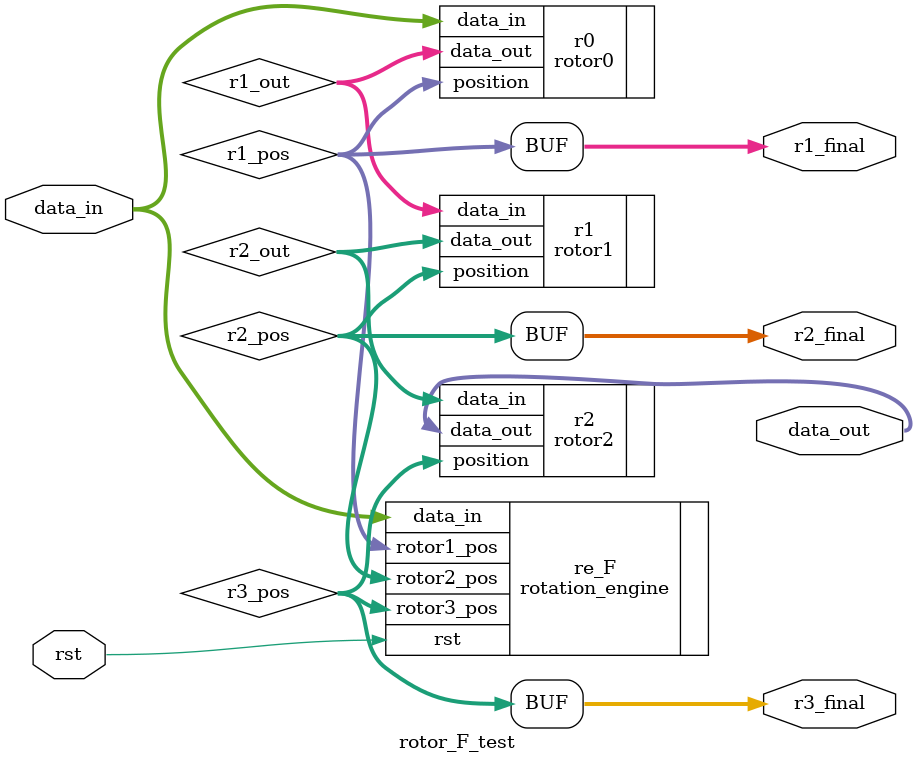
<source format=v>
`timescale 1ns / 1ps


module rotor_F_test(
input rst,
input [4:0] data_in,  
        
output [4:0]data_out,
    output [4:0]r1_final,
    output [4:0]r2_final,
    output [4:0]r3_final
    );
    wire [4:0]r1_pos;
    wire [4:0]r2_pos;
    wire [4:0]r3_pos;
    wire [4:0]r1_out;
    wire [4:0]r2_out;
    
    assign r1_final=r1_pos;
    assign r2_final=r2_pos;
    assign r3_final=r3_pos;
    
    rotation_engine re_F(.rst(rst),.data_in(data_in),.rotor1_pos(r1_pos),.rotor2_pos(r2_pos),.rotor3_pos(r3_pos));
    rotor0 r0(.data_in(data_in),.position(r1_pos),.data_out(r1_out));
    rotor1 r1(.data_in(r1_out),.position(r2_pos),.data_out(r2_out));
    rotor2 r2(.data_in(r2_out),.position(r3_pos),.data_out(data_out));
    
endmodule

</source>
